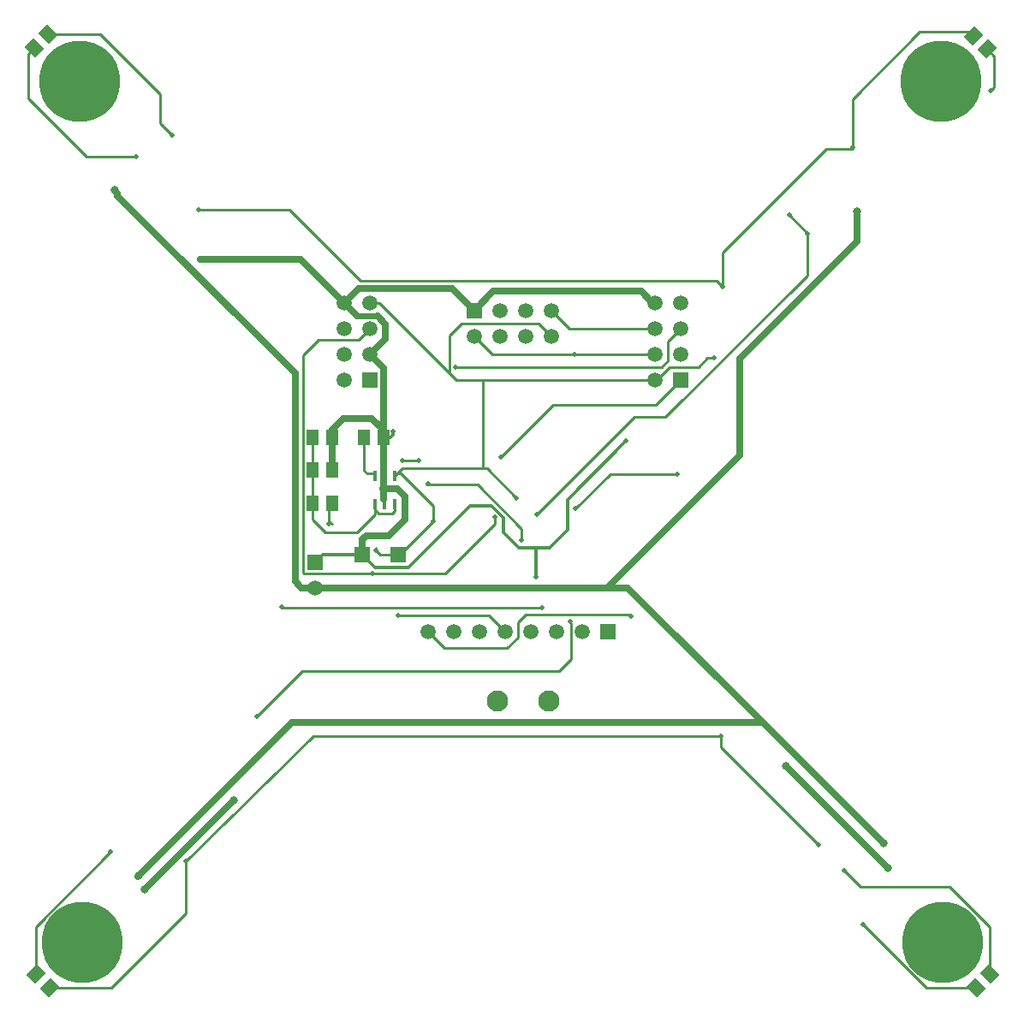
<source format=gbl>
%FSLAX25Y25*%
%MOIN*%
G70*
G01*
G75*
G04 Layer_Physical_Order=2*
G04 Layer_Color=16711680*
%ADD10R,0.05906X0.05118*%
%ADD11R,0.07480X0.02756*%
G04:AMPARAMS|DCode=12|XSize=59.06mil|YSize=51.18mil|CornerRadius=0mil|HoleSize=0mil|Usage=FLASHONLY|Rotation=315.000|XOffset=0mil|YOffset=0mil|HoleType=Round|Shape=Rectangle|*
%AMROTATEDRECTD12*
4,1,4,-0.03897,0.00278,-0.00278,0.03897,0.03897,-0.00278,0.00278,-0.03897,-0.03897,0.00278,0.0*
%
%ADD12ROTATEDRECTD12*%

G04:AMPARAMS|DCode=13|XSize=59.06mil|YSize=51.18mil|CornerRadius=0mil|HoleSize=0mil|Usage=FLASHONLY|Rotation=225.000|XOffset=0mil|YOffset=0mil|HoleType=Round|Shape=Rectangle|*
%AMROTATEDRECTD13*
4,1,4,0.00278,0.03897,0.03897,0.00278,-0.00278,-0.03897,-0.03897,-0.00278,0.00278,0.03897,0.0*
%
%ADD13ROTATEDRECTD13*%

%ADD14O,0.08268X0.01181*%
%ADD15O,0.01181X0.08268*%
G04:AMPARAMS|DCode=16|XSize=78.74mil|YSize=47.24mil|CornerRadius=0mil|HoleSize=0mil|Usage=FLASHONLY|Rotation=225.000|XOffset=0mil|YOffset=0mil|HoleType=Round|Shape=Rectangle|*
%AMROTATEDRECTD16*
4,1,4,0.01114,0.04454,0.04454,0.01114,-0.01114,-0.04454,-0.04454,-0.01114,0.01114,0.04454,0.0*
%
%ADD16ROTATEDRECTD16*%

G04:AMPARAMS|DCode=17|XSize=78.74mil|YSize=47.24mil|CornerRadius=0mil|HoleSize=0mil|Usage=FLASHONLY|Rotation=135.000|XOffset=0mil|YOffset=0mil|HoleType=Round|Shape=Rectangle|*
%AMROTATEDRECTD17*
4,1,4,0.04454,-0.01114,0.01114,-0.04454,-0.04454,0.01114,-0.01114,0.04454,0.04454,-0.01114,0.0*
%
%ADD17ROTATEDRECTD17*%

G04:AMPARAMS|DCode=18|XSize=35.43mil|YSize=37.4mil|CornerRadius=0mil|HoleSize=0mil|Usage=FLASHONLY|Rotation=225.000|XOffset=0mil|YOffset=0mil|HoleType=Round|Shape=Rectangle|*
%AMROTATEDRECTD18*
4,1,4,-0.00070,0.02575,0.02575,-0.00070,0.00070,-0.02575,-0.02575,0.00070,-0.00070,0.02575,0.0*
%
%ADD18ROTATEDRECTD18*%

G04:AMPARAMS|DCode=19|XSize=35.43mil|YSize=37.4mil|CornerRadius=0mil|HoleSize=0mil|Usage=FLASHONLY|Rotation=225.000|XOffset=0mil|YOffset=0mil|HoleType=Round|Shape=Rectangle|*
%AMROTATEDRECTD19*
4,1,4,-0.00070,0.02575,0.02575,-0.00070,0.00070,-0.02575,-0.02575,0.00070,-0.00070,0.02575,0.0*
%
%ADD19ROTATEDRECTD19*%

G04:AMPARAMS|DCode=20|XSize=35.43mil|YSize=37.4mil|CornerRadius=0mil|HoleSize=0mil|Usage=FLASHONLY|Rotation=315.000|XOffset=0mil|YOffset=0mil|HoleType=Round|Shape=Rectangle|*
%AMROTATEDRECTD20*
4,1,4,-0.02575,-0.00070,0.00070,0.02575,0.02575,0.00070,-0.00070,-0.02575,-0.02575,-0.00070,0.0*
%
%ADD20ROTATEDRECTD20*%

G04:AMPARAMS|DCode=21|XSize=35.43mil|YSize=37.4mil|CornerRadius=0mil|HoleSize=0mil|Usage=FLASHONLY|Rotation=315.000|XOffset=0mil|YOffset=0mil|HoleType=Round|Shape=Rectangle|*
%AMROTATEDRECTD21*
4,1,4,-0.02575,-0.00070,0.00070,0.02575,0.02575,0.00070,-0.00070,-0.02575,-0.02575,-0.00070,0.0*
%
%ADD21ROTATEDRECTD21*%

%ADD22R,0.03543X0.03740*%
%ADD23R,0.03543X0.03740*%
%ADD24C,0.01063*%
%ADD25C,0.01181*%
%ADD26C,0.02756*%
%ADD27C,0.01969*%
%ADD28C,0.05906*%
%ADD29R,0.05906X0.05906*%
%ADD30R,0.05906X0.05906*%
%ADD31C,0.31496*%
%ADD32C,0.08268*%
%ADD33C,0.01969*%
%ADD34C,0.03150*%
%ADD35R,0.05118X0.05906*%
%ADD36R,0.06000X0.06000*%
%ADD37R,0.01575X0.03937*%
%ADD38R,0.01575X0.03937*%
%ADD39C,0.02362*%
D12*
X558530Y621894D02*
D03*
X563820Y627184D02*
D03*
X197145Y993145D02*
D03*
X191855Y987855D02*
D03*
D13*
X192355Y627145D02*
D03*
X197645Y621855D02*
D03*
X562645Y987355D02*
D03*
X557355Y992645D02*
D03*
D24*
X433500Y858500D02*
X434100D01*
X436000Y863500D02*
X438500Y866000D01*
X355900Y863500D02*
X436000D01*
X434100Y858500D02*
X439100Y863500D01*
X383158Y767158D02*
X423442D01*
X380000Y764000D02*
X383158Y767158D01*
X380000Y758200D02*
Y764000D01*
X375800Y754000D02*
X380000Y758200D01*
X351500Y754000D02*
X375800D01*
X345000Y760500D02*
X351500Y754000D01*
X368200Y824000D02*
X379600Y812600D01*
X366500Y824000D02*
X368200D01*
X324520Y806020D02*
Y808900D01*
X317500Y799000D02*
X324520Y806020D01*
X305260Y799000D02*
X317500D01*
X347000Y803500D02*
Y809500D01*
X334300Y822200D02*
X347000Y809500D01*
X332000Y822200D02*
X334300D01*
X548136Y661000D02*
X563820Y645317D01*
X513500Y661000D02*
X548136D01*
X507000Y667500D02*
X513500Y661000D01*
X344500Y817700D02*
X364341D01*
X335000Y827000D02*
X341500D01*
X335000Y824000D02*
X366500D01*
X335000D02*
Y824024D01*
X332000Y821024D02*
X335000Y824024D01*
X366500Y824000D02*
Y858000D01*
X356000Y858500D02*
X367000D01*
X366500Y858000D02*
X367000Y858500D01*
X562645Y987355D02*
X565500Y984500D01*
Y972600D02*
Y984500D01*
X564100Y971200D02*
X565500Y972600D01*
X556000Y994000D02*
X557355Y992645D01*
X536500Y994000D02*
X556000D01*
X510300Y967800D02*
X536500Y994000D01*
X510300Y949000D02*
Y967800D01*
X221755Y621855D02*
X250855Y650955D01*
Y671255D01*
X189500Y985500D02*
X191855Y987855D01*
X189500Y968000D02*
Y985500D01*
Y968000D02*
X212000Y945500D01*
X240700Y958600D02*
Y969800D01*
X217355Y993145D02*
X240700Y969800D01*
X197145Y993145D02*
X217355D01*
X212000Y945500D02*
X231500D01*
X457600Y897000D02*
X459700Y894900D01*
X318928Y897000D02*
X457600D01*
X291228Y924700D02*
X318928Y897000D01*
X450400Y863500D02*
X453900Y867000D01*
X439100Y863500D02*
X450400D01*
X453900Y867000D02*
X456500D01*
X437600Y844000D02*
X492900Y899300D01*
X425300Y844000D02*
X437600D01*
X492900Y899300D02*
Y915645D01*
X381400Y796300D02*
Y800641D01*
X351700Y783200D02*
X371000Y802500D01*
X364341Y817700D02*
X381400Y800641D01*
X371000Y802500D02*
Y805000D01*
X324850Y792250D02*
X326600Y790500D01*
X333500D01*
X324850Y792250D02*
Y793015D01*
X334000Y790500D02*
X347000Y803500D01*
X306500Y809260D02*
X307740Y810500D01*
X306500Y803640D02*
Y809260D01*
Y803640D02*
X307640Y802500D01*
X288100Y769900D02*
X389358D01*
X288000Y770000D02*
X288100Y769900D01*
X370000Y868500D02*
X402200D01*
X296700Y783200D02*
X323600D01*
X500000Y948500D02*
X510304Y948619D01*
X321360Y822200D02*
X324520D01*
Y808900D02*
Y810000D01*
Y808000D02*
Y808900D01*
X367000Y858500D02*
X433500D01*
X326000Y888500D02*
X353500Y861000D01*
X400000Y878500D02*
X433500D01*
X393000Y885500D02*
X400000Y878500D01*
X402200Y868500D02*
X433500D01*
X433800Y848800D02*
X443500Y858500D01*
X393810Y848800D02*
X433800D01*
X373610Y828600D02*
X393810Y848800D01*
X323600Y783200D02*
X351700D01*
X318200Y874200D02*
X322500Y878500D01*
X302500Y874200D02*
X318200D01*
X296300Y868000D02*
X302500Y874200D01*
X296300Y783600D02*
Y868000D01*
Y783600D02*
X296700Y783200D01*
X400700Y749700D02*
Y763800D01*
X396000Y745000D02*
X400700Y749700D01*
X296100Y745000D02*
X396000D01*
X278500Y727400D02*
X296100Y745000D01*
X387390Y806090D02*
X425300Y844000D01*
X459700Y908200D02*
X500000Y948500D01*
X459700Y894900D02*
Y908200D01*
X459000Y715500D02*
Y719900D01*
Y715500D02*
X497145Y677355D01*
X255645Y924700D02*
X291228D01*
X322500Y888500D02*
X326000D01*
X353500Y861000D02*
X356000Y858500D01*
X353500Y861000D02*
Y875900D01*
X358100Y880500D01*
X388000D01*
X393000Y875500D01*
X416100Y821900D02*
X442000D01*
X402600Y808400D02*
X416100Y821900D01*
X423442Y767158D02*
X424200Y766400D01*
X438500Y873500D02*
X443500Y878500D01*
X438500Y866000D02*
Y873500D01*
X324520Y821024D02*
Y822200D01*
X320260Y823300D02*
X321360Y822200D01*
X320260Y823300D02*
Y836000D01*
X485645Y922900D02*
X492900Y915645D01*
X300500Y719900D02*
X459000D01*
X250855Y671255D02*
X300500Y719900D01*
X368700Y766800D02*
X375000Y760500D01*
X333300Y766800D02*
X368700D01*
X240700Y958600D02*
X245600Y953700D01*
X197645Y621855D02*
X221755D01*
X563820Y627184D02*
Y645317D01*
X192355Y627145D02*
Y645492D01*
X221600Y674736D01*
X514400Y646464D02*
X538969Y621894D01*
X558530D01*
X363000Y875500D02*
X370000Y868500D01*
X300260Y804000D02*
X305260Y799000D01*
X300260Y804000D02*
Y810500D01*
X332000Y807600D02*
Y810000D01*
X331000Y806600D02*
X332000Y807600D01*
X325920Y806600D02*
X331000D01*
X324520Y808000D02*
X325920Y806600D01*
X300260Y810500D02*
Y823500D01*
Y836000D01*
D25*
X324641Y785500D02*
X337300D01*
X324578Y785562D02*
X324641Y785500D01*
X337300D02*
X361300Y809500D01*
X324438Y785562D02*
X324578D01*
X319500Y790500D02*
X324438Y785562D01*
X432500Y888500D02*
X433500D01*
X374500Y799000D02*
Y804841D01*
X361300Y809500D02*
X369841D01*
X374500Y804841D01*
X319497Y793600D02*
X319500Y793597D01*
X374500Y799000D02*
X380300Y793200D01*
X387000D01*
X399300Y800000D02*
Y811900D01*
X387000Y781853D02*
Y793200D01*
X392500D01*
X327740Y836000D02*
Y839000D01*
X319500Y790500D02*
Y793597D01*
X392500Y793200D02*
X399300Y800000D01*
Y811900D02*
X422140Y834740D01*
X331600Y837000D02*
Y838600D01*
X330600Y836000D02*
X331600Y837000D01*
X327740Y836000D02*
X330600D01*
X304000Y790500D02*
X319500D01*
X301000Y787500D02*
X304000Y790500D01*
X307740Y836000D02*
Y839040D01*
D26*
X327500Y816000D02*
X333000D01*
X336000Y813000D01*
Y804000D02*
Y813000D01*
X329847Y797847D02*
X336000Y804000D01*
X321000Y797847D02*
X329847D01*
X327740Y812000D02*
Y836000D01*
X223000Y932500D02*
X224200Y931300D01*
Y930300D02*
Y931300D01*
X293400Y780000D02*
Y861100D01*
X224200Y930300D02*
X293400Y861100D01*
X292000Y725000D02*
X475337D01*
X232000Y665000D02*
X292000Y725000D01*
X428000Y893000D02*
X432500Y888500D01*
X370500Y893000D02*
X428000D01*
X363000Y885500D02*
X370500Y893000D01*
X319497Y796344D02*
X321000Y797847D01*
X319497Y793600D02*
Y796344D01*
X354500Y894000D02*
X363000Y885500D01*
X318000Y894000D02*
X354500D01*
X312500Y888500D02*
X318000Y894000D01*
X325300Y883500D02*
X328500Y880300D01*
Y874500D02*
Y880300D01*
X322500Y868500D02*
X328500Y874500D01*
X312500Y888500D02*
X317500Y883500D01*
X323240Y843500D02*
X327740Y839000D01*
X312200Y843500D02*
X323240D01*
X307740Y839040D02*
X312200Y843500D01*
X512000Y912500D02*
Y924000D01*
X466400Y866900D02*
X512000Y912500D01*
X466400Y829200D02*
Y866900D01*
X475337Y725000D02*
X522300Y678037D01*
X422837Y777500D02*
X475337Y725000D01*
X484402Y708098D02*
X524000Y668500D01*
X256500Y905500D02*
X295500D01*
X312500Y888500D01*
X327740Y839000D02*
Y863260D01*
X414700Y777500D02*
X422837D01*
X301000D02*
X414700D01*
X234700Y660100D02*
X269500Y694900D01*
X293400Y780000D02*
X295900Y777500D01*
X301000D01*
X414700D02*
X466400Y829200D01*
X322500Y868500D02*
X327740Y863260D01*
X307740Y823500D02*
Y836000D01*
D28*
X301000Y777500D02*
D03*
X393000Y885500D02*
D03*
Y875500D02*
D03*
X383000Y885500D02*
D03*
Y875500D02*
D03*
X373000Y885500D02*
D03*
Y875500D02*
D03*
X363000D02*
D03*
X443500Y868500D02*
D03*
Y878500D02*
D03*
Y888500D02*
D03*
X433500Y858500D02*
D03*
Y868500D02*
D03*
Y878500D02*
D03*
Y888500D02*
D03*
X322500Y868500D02*
D03*
Y878500D02*
D03*
Y888500D02*
D03*
X312500Y858500D02*
D03*
Y868500D02*
D03*
Y878500D02*
D03*
Y888500D02*
D03*
X345000Y760500D02*
D03*
X355000D02*
D03*
X365000D02*
D03*
X375000D02*
D03*
X385000D02*
D03*
X395000D02*
D03*
X405000D02*
D03*
D29*
X301000Y787500D02*
D03*
X443500Y858500D02*
D03*
X322500D02*
D03*
D30*
X363000Y885500D02*
D03*
X415000Y760500D02*
D03*
D31*
X545500Y639500D02*
D03*
X210318Y639318D02*
D03*
X544682Y974682D02*
D03*
X209318D02*
D03*
D32*
X392000Y733500D02*
D03*
X372000D02*
D03*
D33*
X400450Y764500D02*
D03*
X323600Y783200D02*
D03*
X335000Y827000D02*
D03*
X341500D02*
D03*
X456500Y867000D02*
D03*
X371000Y805000D02*
D03*
X324850Y792250D02*
D03*
X345000Y818000D02*
D03*
X347000Y803500D02*
D03*
X306500Y802500D02*
D03*
X288000Y770000D02*
D03*
X256500Y905500D02*
D03*
X402200Y868500D02*
D03*
X373610Y828600D02*
D03*
X381400Y796300D02*
D03*
X278500Y727400D02*
D03*
X389358Y769900D02*
D03*
X492900Y915645D02*
D03*
X387390Y806090D02*
D03*
X510300Y949000D02*
D03*
X497145Y677355D02*
D03*
X459700Y894900D02*
D03*
X255645Y924700D02*
D03*
X387000Y781853D02*
D03*
X379600Y812600D02*
D03*
X422140Y834740D02*
D03*
X442000Y821900D02*
D03*
X402600Y808400D02*
D03*
X331600Y838600D02*
D03*
X424200Y766400D02*
D03*
X355900Y863500D02*
D03*
X564100Y971200D02*
D03*
X485645Y922900D02*
D03*
X459000Y719900D02*
D03*
X250855Y671255D02*
D03*
X333300Y766800D02*
D03*
X245600Y953700D02*
D03*
X231500Y945500D02*
D03*
X507000Y667500D02*
D03*
X221600Y674736D02*
D03*
X514400Y646464D02*
D03*
D34*
X223000Y932500D02*
D03*
X484500Y708000D02*
D03*
X524000Y668500D02*
D03*
X232500Y665500D02*
D03*
X234700Y660100D02*
D03*
X269500Y694900D02*
D03*
X522300Y678037D02*
D03*
X512000Y924000D02*
D03*
D35*
X300260Y823500D02*
D03*
X307740D02*
D03*
X300260Y836000D02*
D03*
X307740D02*
D03*
X320260D02*
D03*
X327740D02*
D03*
X307740Y810500D02*
D03*
X300260D02*
D03*
D36*
X319500Y790500D02*
D03*
X333500D02*
D03*
D37*
X324520Y821024D02*
D03*
Y810000D02*
D03*
X328260D02*
D03*
X332000D02*
D03*
D38*
Y821024D02*
D03*
D39*
X317500Y883500D02*
X325300D01*
M02*

</source>
